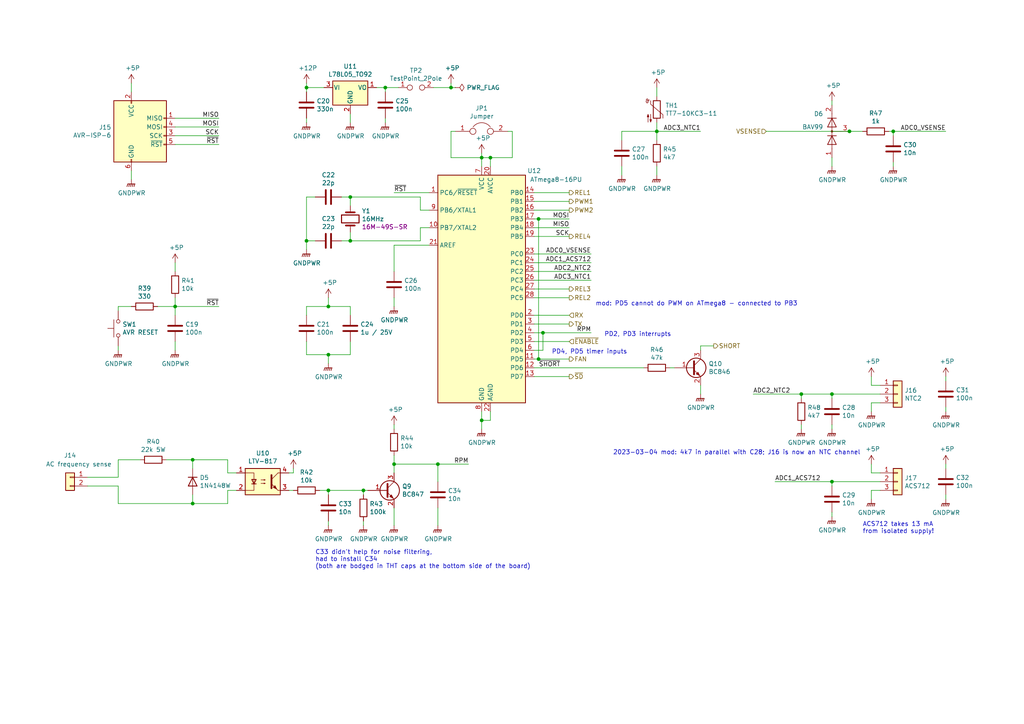
<source format=kicad_sch>
(kicad_sch (version 20230121) (generator eeschema)
  (paper "A4")
  (lib_symbols
    (symbol "Connector:AVR-ISP-6" (pin_names (offset 1.016))
      (property "Reference" "J" (at -6.35 11.43 0))
      (property "Value" "AVR-ISP-6" (at 0 11.43 0))
      (symbol "AVR-ISP-6_0_1"
        (rectangle (start -2.667 -6.858) (end -2.413 -7.62))
        (rectangle (start -2.667 10.16) (end -2.413 9.398))
        (rectangle (start 7.62 -2.413) (end 6.858 -2.667))
        (rectangle (start 7.62 0.127) (end 6.858 -0.127))
        (rectangle (start 7.62 2.667) (end 6.858 2.413))
        (rectangle (start 7.62 5.207) (end 6.858 4.953))
        (rectangle (start 7.62 10.16) (end -7.62 -7.62) (stroke (width 0.254)) (fill (type background)))
      )
      (symbol "AVR-ISP-6_1_1"
        (pin passive line (at 10.16 5.08 180) (length 2.54) (name "MISO") (number "1"))
        (pin passive line (at -2.54 12.7 270) (length 2.54) (name "VCC") (number "2"))
        (pin passive line (at 10.16 0 180) (length 2.54) (name "SCK") (number "3"))
        (pin passive line (at 10.16 2.54 180) (length 2.54) (name "MOSI") (number "4"))
        (pin passive line (at 10.16 -2.54 180) (length 2.54) (name "~{RST}") (number "5"))
        (pin passive line (at -2.54 -10.16 90) (length 2.54) (name "GND") (number "6"))
      )
    )
    (symbol "Connector:TestPoint_2Pole" (pin_names (offset 0.762) hide)
      (property "Reference" "TP" (at 0 1.524 0))
      (property "Value" "TestPoint_2Pole" (at 0 -1.778 0))
      (symbol "TestPoint_2Pole_0_1"
        (circle (center -1.778 0) (radius 0.762))
        (circle (center 1.778 0) (radius 0.762))
        (pin passive line (at -5.08 0 0) (length 2.54) (name "1") (number "1"))
        (pin passive line (at 5.08 0 180) (length 2.54) (name "2") (number "2"))
      )
    )
    (symbol "Connector_Generic:Conn_01x02" (pin_names (offset 1.016) hide)
      (property "Reference" "J" (at 0 2.54 0))
      (property "Value" "Conn_01x02" (at 0 -5.08 0))
      (symbol "Conn_01x02_1_1"
        (rectangle (start -1.27 -2.413) (end 0 -2.667) (stroke (width 0.1524)))
        (rectangle (start -1.27 0.127) (end 0 -0.127) (stroke (width 0.1524)))
        (rectangle (start -1.27 1.27) (end 1.27 -3.81) (stroke (width 0.254)) (fill (type background)))
        (pin passive line (at -5.08 0 0) (length 3.81) (name "Pin_1") (number "1"))
        (pin passive line (at -5.08 -2.54 0) (length 3.81) (name "Pin_2") (number "2"))
      )
    )
    (symbol "Connector_Generic:Conn_01x03" (pin_names (offset 1.016) hide)
      (property "Reference" "J" (at 0 5.08 0))
      (property "Value" "Conn_01x03" (at 0 -5.08 0))
      (symbol "Conn_01x03_1_1"
        (rectangle (start -1.27 -2.413) (end 0 -2.667) (stroke (width 0.1524)))
        (rectangle (start -1.27 0.127) (end 0 -0.127) (stroke (width 0.1524)))
        (rectangle (start -1.27 2.667) (end 0 2.413) (stroke (width 0.1524)))
        (rectangle (start -1.27 3.81) (end 1.27 -3.81) (stroke (width 0.254)) (fill (type background)))
        (pin passive line (at -5.08 2.54 0) (length 3.81) (name "Pin_1") (number "1"))
        (pin passive line (at -5.08 0 0) (length 3.81) (name "Pin_2") (number "2"))
        (pin passive line (at -5.08 -2.54 0) (length 3.81) (name "Pin_3") (number "3"))
      )
    )
    (symbol "Device:C" (pin_numbers hide) (pin_names (offset 0.254))
      (property "Reference" "C" (at 0.635 2.54 0))
      (property "Value" "C" (at 0.635 -2.54 0))
      (symbol "C_0_1"
        (polyline (pts (xy -2.032 -0.762) (xy 2.032 -0.762)) (stroke (width 0.508)))
        (polyline (pts (xy -2.032 0.762) (xy 2.032 0.762)) (stroke (width 0.508)))
      )
      (symbol "C_1_1"
        (pin passive line (at 0 3.81 270) (length 2.794) (name "~") (number "1"))
        (pin passive line (at 0 -3.81 90) (length 2.794) (name "~") (number "2"))
      )
    )
    (symbol "Device:Crystal" (pin_numbers hide) (pin_names (offset 1.016) hide)
      (property "Reference" "Y" (at 0 3.81 0))
      (property "Value" "Crystal" (at 0 -3.81 0))
      (symbol "Crystal_0_1"
        (rectangle (start -1.143 2.54) (end 1.143 -2.54) (stroke (width 0.3048)))
        (polyline (pts (xy -2.54 0) (xy -1.905 0)))
        (polyline (pts (xy -1.905 -1.27) (xy -1.905 1.27)) (stroke (width 0.508)))
        (polyline (pts (xy 1.905 -1.27) (xy 1.905 1.27)) (stroke (width 0.508)))
        (polyline (pts (xy 2.54 0) (xy 1.905 0)))
      )
      (symbol "Crystal_1_1"
        (pin passive line (at -3.81 0 0) (length 1.27) (name "1") (number "1"))
        (pin passive line (at 3.81 0 180) (length 1.27) (name "2") (number "2"))
      )
    )
    (symbol "Device:R" (pin_numbers hide) (pin_names (offset 0))
      (property "Reference" "R" (at 2.032 0 90))
      (property "Value" "R" (at 0 0 90))
      (symbol "R_0_1"
        (rectangle (start -1.016 -2.54) (end 1.016 2.54) (stroke (width 0.254)))
      )
      (symbol "R_1_1"
        (pin passive line (at 0 3.81 270) (length 1.27) (name "~") (number "1"))
        (pin passive line (at 0 -3.81 90) (length 1.27) (name "~") (number "2"))
      )
    )
    (symbol "Device:Thermistor_NTC" (pin_numbers hide) (pin_names (offset 0))
      (property "Reference" "TH" (at -4.445 0 90))
      (property "Value" "Thermistor_NTC" (at 3.175 0 90))
      (symbol "Thermistor_NTC_0_1"
        (arc (start -3.048 2.159) (mid -3.0495 2.3143) (end -3.175 2.413))
        (arc (start -3.048 2.159) (mid -2.9736 1.9794) (end -2.794 1.905))
        (arc (start -3.048 2.794) (mid -2.9736 2.6144) (end -2.794 2.54))
        (arc (start -2.794 1.905) (mid -2.6144 1.9794) (end -2.54 2.159))
        (arc (start -2.794 2.54) (mid -2.4393 2.5587) (end -2.159 2.794))
        (arc (start -2.794 3.048) (mid -2.9736 2.9736) (end -3.048 2.794))
        (arc (start -2.54 2.794) (mid -2.6144 2.9736) (end -2.794 3.048))
        (rectangle (start -1.016 2.54) (end 1.016 -2.54) (stroke (width 0.254)))
        (polyline (pts (xy -2.54 2.159) (xy -2.54 2.794)))
        (polyline (pts (xy -1.778 2.54) (xy -1.778 1.524) (xy 1.778 -1.524) (xy 1.778 -2.54)))
        (polyline (pts (xy -2.54 -3.683) (xy -2.54 -1.397) (xy -2.794 -2.159) (xy -2.286 -2.159) (xy -2.54 -1.397) (xy -2.54 -1.651)) (fill (type outline)))
        (polyline (pts (xy -1.778 -1.397) (xy -1.778 -3.683) (xy -2.032 -2.921) (xy -1.524 -2.921) (xy -1.778 -3.683) (xy -1.778 -3.429)) (fill (type outline)))
      )
      (symbol "Thermistor_NTC_1_1"
        (pin passive line (at 0 3.81 270) (length 1.27) (name "~") (number "1"))
        (pin passive line (at 0 -3.81 90) (length 1.27) (name "~") (number "2"))
      )
    )
    (symbol "Diode:1N4148W" (pin_numbers hide) (pin_names hide)
      (property "Reference" "D" (at 0 2.54 0))
      (property "Value" "1N4148W" (at 0 -2.54 0))
      (symbol "1N4148W_0_1"
        (polyline (pts (xy -1.27 1.27) (xy -1.27 -1.27)) (stroke (width 0.254)))
        (polyline (pts (xy 1.27 0) (xy -1.27 0)))
        (polyline (pts (xy 1.27 1.27) (xy 1.27 -1.27) (xy -1.27 0) (xy 1.27 1.27)) (stroke (width 0.254)))
      )
      (symbol "1N4148W_1_1"
        (pin passive line (at -3.81 0 0) (length 2.54) (name "K") (number "1"))
        (pin passive line (at 3.81 0 180) (length 2.54) (name "A") (number "2"))
      )
    )
    (symbol "Diode:BAV99" (pin_names hide)
      (property "Reference" "D" (at 0 5.08 0))
      (property "Value" "BAV99" (at 0 2.54 0))
      (symbol "BAV99_0_1"
        (polyline (pts (xy -5.08 0) (xy 5.08 0)))
      )
      (symbol "BAV99_1_1"
        (polyline (pts (xy 0 0) (xy 0 -2.54)))
        (polyline (pts (xy -1.27 -1.27) (xy -1.27 1.27) (xy -1.27 1.27)) (stroke (width 0.2032)))
        (polyline (pts (xy 3.81 1.27) (xy 3.81 -1.27) (xy 3.81 -1.27)) (stroke (width 0.2032)))
        (polyline (pts (xy -3.81 1.27) (xy -1.27 0) (xy -3.81 -1.27) (xy -3.81 1.27) (xy -3.81 1.27) (xy -3.81 1.27)) (stroke (width 0.2032)))
        (polyline (pts (xy 1.27 1.27) (xy 3.81 0) (xy 1.27 -1.27) (xy 1.27 1.27) (xy 1.27 1.27) (xy 1.27 1.27)) (stroke (width 0.2032)))
        (circle (center 0 0) (radius 0.254) (fill (type outline)))
        (pin passive line (at -7.62 0 0) (length 2.54) (name "K") (number "1"))
        (pin passive line (at 7.62 0 180) (length 2.54) (name "A") (number "2"))
        (pin passive line (at 0 -5.08 90) (length 2.54) (name "K") (number "3"))
      )
    )
    (symbol "Isolator:LTV-817" (pin_names (offset 1.016))
      (property "Reference" "U" (at -5.08 5.08 0))
      (property "Value" "LTV-817" (at 0 5.08 0))
      (symbol "LTV-817_0_1"
        (rectangle (start -5.08 3.81) (end 5.08 -3.81) (stroke (width 0.254)) (fill (type background)))
        (polyline (pts (xy -3.175 -0.635) (xy -1.905 -0.635)) (stroke (width 0.254)))
        (polyline (pts (xy 2.54 0.635) (xy 4.445 2.54)))
        (polyline (pts (xy 4.445 -2.54) (xy 2.54 -0.635)) (fill (type outline)))
        (polyline (pts (xy 4.445 -2.54) (xy 5.08 -2.54)))
        (polyline (pts (xy 4.445 2.54) (xy 5.08 2.54)))
        (polyline (pts (xy -5.08 2.54) (xy -2.54 2.54) (xy -2.54 -0.762)))
        (polyline (pts (xy -2.54 -0.635) (xy -2.54 -2.54) (xy -5.08 -2.54)))
        (polyline (pts (xy 2.54 1.905) (xy 2.54 -1.905) (xy 2.54 -1.905)) (stroke (width 0.508)))
        (polyline (pts (xy -2.54 -0.635) (xy -3.175 0.635) (xy -1.905 0.635) (xy -2.54 -0.635)) (stroke (width 0.254)))
        (polyline (pts (xy -0.508 -0.508) (xy 0.762 -0.508) (xy 0.381 -0.635) (xy 0.381 -0.381) (xy 0.762 -0.508)))
        (polyline (pts (xy -0.508 0.508) (xy 0.762 0.508) (xy 0.381 0.381) (xy 0.381 0.635) (xy 0.762 0.508)))
        (polyline (pts (xy 3.048 -1.651) (xy 3.556 -1.143) (xy 4.064 -2.159) (xy 3.048 -1.651) (xy 3.048 -1.651)) (fill (type outline)))
      )
      (symbol "LTV-817_1_1"
        (pin passive line (at -7.62 2.54 0) (length 2.54) (name "~") (number "1"))
        (pin passive line (at -7.62 -2.54 0) (length 2.54) (name "~") (number "2"))
        (pin passive line (at 7.62 -2.54 180) (length 2.54) (name "~") (number "3"))
        (pin passive line (at 7.62 2.54 180) (length 2.54) (name "~") (number "4"))
      )
    )
    (symbol "Regulator_Linear:L78L05_TO92" (pin_names (offset 0.254))
      (property "Reference" "U" (at -3.81 3.175 0))
      (property "Value" "L78L05_TO92" (at 0 3.175 0))
      (symbol "L78L05_TO92_0_1"
        (rectangle (start -5.08 -5.08) (end 5.08 1.905) (stroke (width 0.254)) (fill (type background)))
      )
      (symbol "L78L05_TO92_1_1"
        (pin power_out line (at 7.62 0 180) (length 2.54) (name "VO") (number "1"))
        (pin power_in line (at 0 -7.62 90) (length 2.54) (name "GND") (number "2"))
        (pin power_in line (at -7.62 0 0) (length 2.54) (name "VI") (number "3"))
      )
    )
    (symbol "Switch:SW_Push" (pin_numbers hide) (pin_names (offset 1.016) hide)
      (property "Reference" "SW" (at 1.27 2.54 0))
      (property "Value" "SW_Push" (at 0 -1.524 0))
      (symbol "SW_Push_0_1"
        (circle (center -2.032 0) (radius 0.508))
        (polyline (pts (xy 0 1.27) (xy 0 3.048)))
        (polyline (pts (xy 2.54 1.27) (xy -2.54 1.27)))
        (circle (center 2.032 0) (radius 0.508))
        (pin passive line (at -5.08 0 0) (length 2.54) (name "1") (number "1"))
        (pin passive line (at 5.08 0 180) (length 2.54) (name "2") (number "2"))
      )
    )
    (symbol "Transistor_BJT:BC846" (pin_names (offset 0) hide)
      (property "Reference" "Q" (at 5.08 1.905 0))
      (property "Value" "BC846" (at 5.08 0 0))
      (symbol "BC846_0_1"
        (polyline (pts (xy 0.635 0.635) (xy 2.54 2.54)))
        (polyline (pts (xy 0.635 -0.635) (xy 2.54 -2.54) (xy 2.54 -2.54)))
        (polyline (pts (xy 0.635 1.905) (xy 0.635 -1.905) (xy 0.635 -1.905)) (stroke (width 0.508)))
        (polyline (pts (xy 1.27 -1.778) (xy 1.778 -1.27) (xy 2.286 -2.286) (xy 1.27 -1.778) (xy 1.27 -1.778)) (fill (type outline)))
        (circle (center 1.27 0) (radius 2.8194) (stroke (width 0.254)))
      )
      (symbol "BC846_1_1"
        (pin input line (at -5.08 0 0) (length 5.715) (name "B") (number "1"))
        (pin passive line (at 2.54 -5.08 90) (length 2.54) (name "E") (number "2"))
        (pin passive line (at 2.54 5.08 270) (length 2.54) (name "C") (number "3"))
      )
    )
    (symbol "Transistor_BJT:BC847" (pin_names (offset 0) hide)
      (property "Reference" "Q" (at 5.08 1.905 0))
      (property "Value" "BC847" (at 5.08 0 0))
      (symbol "BC847_0_1"
        (polyline (pts (xy 0.635 0.635) (xy 2.54 2.54)))
        (polyline (pts (xy 0.635 -0.635) (xy 2.54 -2.54) (xy 2.54 -2.54)))
        (polyline (pts (xy 0.635 1.905) (xy 0.635 -1.905) (xy 0.635 -1.905)) (stroke (width 0.508)))
        (polyline (pts (xy 1.27 -1.778) (xy 1.778 -1.27) (xy 2.286 -2.286) (xy 1.27 -1.778) (xy 1.27 -1.778)) (fill (type outline)))
        (circle (center 1.27 0) (radius 2.8194) (stroke (width 0.254)))
      )
      (symbol "BC847_1_1"
        (pin input line (at -5.08 0 0) (length 5.715) (name "B") (number "1"))
        (pin passive line (at 2.54 -5.08 90) (length 2.54) (name "E") (number "2"))
        (pin passive line (at 2.54 5.08 270) (length 2.54) (name "C") (number "3"))
      )
    )
    (symbol "power:+12P" (power) (pin_names (offset 0))
      (property "Value" "+12P" (at 0 3.556 0))
      (symbol "+12P_0_1"
        (polyline (pts (xy -0.762 1.27) (xy 0 2.54)))
        (polyline (pts (xy 0 0) (xy 0 2.54)))
        (polyline (pts (xy 0 2.54) (xy 0.762 1.27)))
      )
      (symbol "+12P_1_1"
        (pin power_in line (at 0 0 90) (length 0) hide (name "+12P") (number "1"))
      )
    )
    (symbol "power:+5P" (power) (pin_names (offset 0))
      (property "Value" "+5P" (at 0 3.556 0))
      (symbol "+5P_0_1"
        (polyline (pts (xy -0.762 1.27) (xy 0 2.54)))
        (polyline (pts (xy 0 0) (xy 0 2.54)))
        (polyline (pts (xy 0 2.54) (xy 0.762 1.27)))
      )
      (symbol "+5P_1_1"
        (pin power_in line (at 0 0 90) (length 0) hide (name "+5P") (number "1"))
      )
    )
    (symbol "power:GNDPWR" (power) (pin_names (offset 0))
      (property "Value" "GNDPWR" (at 0 -3.302 0))
      (symbol "GNDPWR_0_1"
        (polyline (pts (xy 0 -1.27) (xy 0 0)))
        (polyline (pts (xy -1.016 -1.27) (xy -1.27 -2.032) (xy -1.27 -2.032)) (stroke (width 0.2032)))
        (polyline (pts (xy -0.508 -1.27) (xy -0.762 -2.032) (xy -0.762 -2.032)) (stroke (width 0.2032)))
        (polyline (pts (xy 0 -1.27) (xy -0.254 -2.032) (xy -0.254 -2.032)) (stroke (width 0.2032)))
        (polyline (pts (xy 0.508 -1.27) (xy 0.254 -2.032) (xy 0.254 -2.032)) (stroke (width 0.2032)))
        (polyline (pts (xy 1.016 -1.27) (xy -1.016 -1.27) (xy -1.016 -1.27)) (stroke (width 0.2032)))
        (polyline (pts (xy 1.016 -1.27) (xy 0.762 -2.032) (xy 0.762 -2.032) (xy 0.762 -2.032)) (stroke (width 0.2032)))
      )
      (symbol "GNDPWR_1_1"
        (pin power_in line (at 0 0 270) (length 0) hide (name "GNDPWR") (number "1"))
      )
    )
    (symbol "power:PWR_FLAG" (power) (pin_numbers hide) (pin_names (offset 0) hide)
      (property "Value" "PWR_FLAG" (at 0 3.81 0))
      (symbol "PWR_FLAG_0_0"
        (pin power_out line (at 0 0 90) (length 0) (name "pwr") (number "1"))
      )
      (symbol "PWR_FLAG_0_1"
        (polyline (pts (xy 0 0) (xy 0 1.27) (xy -1.016 1.905) (xy 0 2.54) (xy 1.016 1.905) (xy 0 1.27)))
      )
    )
    (symbol "vetrnik-power-rescue:ATmega8-16PU-MCU_Microchip_ATmega"
      (property "Reference" "U" (at -12.7 34.29 0))
      (property "Value" "MCU_Microchip_ATmega_ATmega8-16PU" (at 5.08 -34.29 0))
      (symbol "ATmega8-16PU-MCU_Microchip_ATmega_0_1"
        (rectangle (start -12.7 -33.02) (end 12.7 33.02) (stroke (width 0.254)) (fill (type background)))
      )
      (symbol "ATmega8-16PU-MCU_Microchip_ATmega_1_1"
        (pin bidirectional line (at -15.24 27.94 0) (length 2.54) (name "PC6/~{RESET}") (number "1"))
        (pin bidirectional line (at -15.24 17.78 0) (length 2.54) (name "PB7/XTAL2") (number "10"))
        (pin bidirectional line (at 15.24 -20.32 180) (length 2.54) (name "PD5") (number "11"))
        (pin bidirectional line (at 15.24 -22.86 180) (length 2.54) (name "PD6") (number "12"))
        (pin bidirectional line (at 15.24 -25.4 180) (length 2.54) (name "PD7") (number "13"))
        (pin bidirectional line (at 15.24 27.94 180) (length 2.54) (name "PB0") (number "14"))
        (pin bidirectional line (at 15.24 25.4 180) (length 2.54) (name "PB1") (number "15"))
        (pin bidirectional line (at 15.24 22.86 180) (length 2.54) (name "PB2") (number "16"))
        (pin bidirectional line (at 15.24 20.32 180) (length 2.54) (name "PB3") (number "17"))
        (pin bidirectional line (at 15.24 17.78 180) (length 2.54) (name "PB4") (number "18"))
        (pin bidirectional line (at 15.24 15.24 180) (length 2.54) (name "PB5") (number "19"))
        (pin bidirectional line (at 15.24 -7.62 180) (length 2.54) (name "PD0") (number "2"))
        (pin power_in line (at 2.54 35.56 270) (length 2.54) (name "AVCC") (number "20"))
        (pin passive line (at -15.24 12.7 0) (length 2.54) (name "AREF") (number "21"))
        (pin power_in line (at 2.54 -35.56 90) (length 2.54) (name "AGND") (number "22"))
        (pin bidirectional line (at 15.24 10.16 180) (length 2.54) (name "PC0") (number "23"))
        (pin bidirectional line (at 15.24 7.62 180) (length 2.54) (name "PC1") (number "24"))
        (pin bidirectional line (at 15.24 5.08 180) (length 2.54) (name "PC2") (number "25"))
        (pin bidirectional line (at 15.24 2.54 180) (length 2.54) (name "PC3") (number "26"))
        (pin bidirectional line (at 15.24 0 180) (length 2.54) (name "PC4") (number "27"))
        (pin bidirectional line (at 15.24 -2.54 180) (length 2.54) (name "PC5") (number "28"))
        (pin bidirectional line (at 15.24 -10.16 180) (length 2.54) (name "PD1") (number "3"))
        (pin bidirectional line (at 15.24 -12.7 180) (length 2.54) (name "PD2") (number "4"))
        (pin bidirectional line (at 15.24 -15.24 180) (length 2.54) (name "PD3") (number "5"))
        (pin bidirectional line (at 15.24 -17.78 180) (length 2.54) (name "PD4") (number "6"))
        (pin power_in line (at 0 35.56 270) (length 2.54) (name "VCC") (number "7"))
        (pin power_in line (at 0 -35.56 90) (length 2.54) (name "GND") (number "8"))
        (pin bidirectional line (at -15.24 22.86 0) (length 2.54) (name "PB6/XTAL1") (number "9"))
      )
    )
    (symbol "vetrnik-power-rescue:Jumper-Device" (pin_names (offset 0.762) hide)
      (property "Reference" "JP" (at 0 3.81 0))
      (property "Value" "Device_Jumper" (at 0 -2.032 0))
      (symbol "Jumper-Device_0_1"
        (circle (center -2.54 0) (radius 0.889))
        (arc (start 2.5146 1.27) (mid 0.0078 2.5097) (end -2.4892 1.27))
        (circle (center 2.54 0) (radius 0.889))
        (pin passive line (at -7.62 0 0) (length 4.191) (name "1") (number "1"))
        (pin passive line (at 7.62 0 180) (length 4.191) (name "2") (number "2"))
      )
    )
  )
  (junction (at 142.24 45.72))
  (junction (at 232.41 114.3))
  (junction (at 246.38 38.1))
  (junction (at 55.88 146.05))
  (junction (at 50.8 88.9))
  (junction (at 111.76 25.4))
  (junction (at 156.21 104.14))
  (junction (at 101.6 69.85))
  (junction (at 156.21 63.5))
  (junction (at 114.3 134.62))
  (junction (at 241.3 114.3))
  (junction (at 139.7 121.92))
  (junction (at 95.25 142.24))
  (junction (at 127 134.62))
  (junction (at 88.9 25.4))
  (junction (at 95.25 102.87))
  (junction (at 259.08 38.1))
  (junction (at 157.48 96.52))
  (junction (at 55.88 133.35))
  (junction (at 101.6 57.15))
  (junction (at 139.7 45.72))
  (junction (at 241.3 139.7))
  (junction (at 105.41 142.24))
  (junction (at 88.9 69.85))
  (junction (at 130.81 25.4))
  (junction (at 95.25 88.9))
  (junction (at 190.5 38.1))
  (wire (pts (xy 114.3 71.12) (xy 124.46 71.12)))
  (wire (pts (xy 132.08 38.1) (xy 130.81 38.1)))
  (wire (pts (xy 105.41 152.4) (xy 105.41 151.13)))
  (wire (pts (xy 232.41 114.3) (xy 232.41 115.57)))
  (wire (pts (xy 125.73 25.4) (xy 130.81 25.4)))
  (wire (pts (xy 232.41 114.3) (xy 241.3 114.3)))
  (wire (pts (xy 154.94 66.04) (xy 165.1 66.04)))
  (wire (pts (xy 165.1 99.06) (xy 154.94 99.06)))
  (wire (pts (xy 48.26 133.35) (xy 55.88 133.35)))
  (wire (pts (xy 34.29 133.35) (xy 40.64 133.35)))
  (wire (pts (xy 252.73 111.76) (xy 255.27 111.76)))
  (wire (pts (xy 55.88 135.89) (xy 55.88 133.35)))
  (wire (pts (xy 66.04 146.05) (xy 66.04 142.24)))
  (wire (pts (xy 148.59 38.1) (xy 148.59 45.72)))
  (wire (pts (xy 222.25 38.1) (xy 246.38 38.1)))
  (wire (pts (xy 45.72 88.9) (xy 50.8 88.9)))
  (wire (pts (xy 66.04 133.35) (xy 66.04 137.16)))
  (wire (pts (xy 154.94 101.6) (xy 157.48 101.6)))
  (wire (pts (xy 101.6 99.06) (xy 101.6 102.87)))
  (wire (pts (xy 180.34 38.1) (xy 190.5 38.1)))
  (wire (pts (xy 55.88 146.05) (xy 66.04 146.05)))
  (wire (pts (xy 85.09 135.89) (xy 85.09 137.16)))
  (wire (pts (xy 154.94 104.14) (xy 156.21 104.14)))
  (wire (pts (xy 130.81 45.72) (xy 139.7 45.72)))
  (wire (pts (xy 165.1 55.88) (xy 154.94 55.88)))
  (wire (pts (xy 25.4 140.97) (xy 34.29 140.97)))
  (wire (pts (xy 156.21 63.5) (xy 165.1 63.5)))
  (wire (pts (xy 252.73 137.16) (xy 255.27 137.16)))
  (wire (pts (xy 132.08 25.4) (xy 130.81 25.4)))
  (wire (pts (xy 142.24 45.72) (xy 139.7 45.72)))
  (wire (pts (xy 115.57 25.4) (xy 111.76 25.4)))
  (wire (pts (xy 142.24 48.26) (xy 142.24 45.72)))
  (wire (pts (xy 156.21 63.5) (xy 156.21 104.14)))
  (wire (pts (xy 63.5 36.83) (xy 50.8 36.83)))
  (wire (pts (xy 165.1 60.96) (xy 154.94 60.96)))
  (wire (pts (xy 224.79 139.7) (xy 241.3 139.7)))
  (wire (pts (xy 241.3 114.3) (xy 255.27 114.3)))
  (wire (pts (xy 114.3 132.08) (xy 114.3 134.62)))
  (wire (pts (xy 55.88 133.35) (xy 66.04 133.35)))
  (wire (pts (xy 274.32 109.22) (xy 274.32 110.49)))
  (wire (pts (xy 63.5 41.91) (xy 50.8 41.91)))
  (wire (pts (xy 127 134.62) (xy 114.3 134.62)))
  (wire (pts (xy 121.92 66.04) (xy 121.92 69.85)))
  (wire (pts (xy 157.48 101.6) (xy 157.48 96.52)))
  (wire (pts (xy 154.94 83.82) (xy 165.1 83.82)))
  (wire (pts (xy 63.5 88.9) (xy 50.8 88.9)))
  (wire (pts (xy 139.7 124.46) (xy 139.7 121.92)))
  (wire (pts (xy 88.9 69.85) (xy 91.44 69.85)))
  (wire (pts (xy 114.3 78.74) (xy 114.3 71.12)))
  (wire (pts (xy 241.3 139.7) (xy 255.27 139.7)))
  (wire (pts (xy 241.3 29.21) (xy 241.3 30.48)))
  (wire (pts (xy 154.94 106.68) (xy 186.69 106.68)))
  (wire (pts (xy 241.3 115.57) (xy 241.3 114.3)))
  (wire (pts (xy 88.9 57.15) (xy 91.44 57.15)))
  (wire (pts (xy 121.92 69.85) (xy 101.6 69.85)))
  (wire (pts (xy 274.32 134.62) (xy 274.32 135.89)))
  (wire (pts (xy 130.81 25.4) (xy 130.81 24.13)))
  (wire (pts (xy 121.92 57.15) (xy 101.6 57.15)))
  (wire (pts (xy 171.45 73.66) (xy 154.94 73.66)))
  (wire (pts (xy 92.71 142.24) (xy 95.25 142.24)))
  (wire (pts (xy 111.76 26.67) (xy 111.76 25.4)))
  (wire (pts (xy 66.04 142.24) (xy 68.58 142.24)))
  (wire (pts (xy 88.9 25.4) (xy 88.9 26.67)))
  (wire (pts (xy 241.3 124.46) (xy 241.3 123.19)))
  (wire (pts (xy 114.3 134.62) (xy 114.3 137.16)))
  (wire (pts (xy 171.45 76.2) (xy 154.94 76.2)))
  (wire (pts (xy 95.25 105.41) (xy 95.25 102.87)))
  (wire (pts (xy 203.2 114.3) (xy 203.2 111.76)))
  (wire (pts (xy 259.08 38.1) (xy 257.81 38.1)))
  (wire (pts (xy 165.1 86.36) (xy 154.94 86.36)))
  (wire (pts (xy 154.94 91.44) (xy 165.1 91.44)))
  (wire (pts (xy 165.1 68.58) (xy 154.94 68.58)))
  (wire (pts (xy 259.08 39.37) (xy 259.08 38.1)))
  (wire (pts (xy 252.73 119.38) (xy 252.73 116.84)))
  (wire (pts (xy 142.24 121.92) (xy 139.7 121.92)))
  (wire (pts (xy 190.5 25.4) (xy 190.5 27.94)))
  (wire (pts (xy 252.73 134.62) (xy 252.73 137.16)))
  (wire (pts (xy 232.41 123.19) (xy 232.41 124.46)))
  (wire (pts (xy 114.3 147.32) (xy 114.3 152.4)))
  (wire (pts (xy 135.89 134.62) (xy 127 134.62)))
  (wire (pts (xy 241.3 140.97) (xy 241.3 139.7)))
  (wire (pts (xy 34.29 146.05) (xy 55.88 146.05)))
  (wire (pts (xy 274.32 144.78) (xy 274.32 143.51)))
  (wire (pts (xy 114.3 55.88) (xy 124.46 55.88)))
  (wire (pts (xy 95.25 102.87) (xy 88.9 102.87)))
  (wire (pts (xy 154.94 58.42) (xy 165.1 58.42)))
  (wire (pts (xy 25.4 138.43) (xy 34.29 138.43)))
  (wire (pts (xy 50.8 101.6) (xy 50.8 99.06)))
  (wire (pts (xy 252.73 142.24) (xy 255.27 142.24)))
  (wire (pts (xy 85.09 142.24) (xy 83.82 142.24)))
  (wire (pts (xy 105.41 142.24) (xy 106.68 142.24)))
  (wire (pts (xy 50.8 39.37) (xy 63.5 39.37)))
  (wire (pts (xy 101.6 69.85) (xy 101.6 67.31)))
  (wire (pts (xy 171.45 96.52) (xy 157.48 96.52)))
  (wire (pts (xy 99.06 57.15) (xy 101.6 57.15)))
  (wire (pts (xy 101.6 35.56) (xy 101.6 33.02)))
  (wire (pts (xy 121.92 60.96) (xy 121.92 57.15)))
  (wire (pts (xy 101.6 88.9) (xy 101.6 91.44)))
  (wire (pts (xy 95.25 88.9) (xy 101.6 88.9)))
  (wire (pts (xy 88.9 102.87) (xy 88.9 99.06)))
  (wire (pts (xy 34.29 138.43) (xy 34.29 133.35)))
  (wire (pts (xy 88.9 24.13) (xy 88.9 25.4)))
  (wire (pts (xy 111.76 34.29) (xy 111.76 35.56)))
  (wire (pts (xy 171.45 78.74) (xy 154.94 78.74)))
  (wire (pts (xy 156.21 63.5) (xy 154.94 63.5)))
  (wire (pts (xy 34.29 101.6) (xy 34.29 100.33)))
  (wire (pts (xy 250.19 38.1) (xy 246.38 38.1)))
  (wire (pts (xy 142.24 119.38) (xy 142.24 121.92)))
  (wire (pts (xy 34.29 88.9) (xy 38.1 88.9)))
  (wire (pts (xy 88.9 25.4) (xy 93.98 25.4)))
  (wire (pts (xy 99.06 69.85) (xy 101.6 69.85)))
  (wire (pts (xy 88.9 88.9) (xy 95.25 88.9)))
  (wire (pts (xy 34.29 140.97) (xy 34.29 146.05)))
  (wire (pts (xy 259.08 48.26) (xy 259.08 46.99)))
  (wire (pts (xy 38.1 52.07) (xy 38.1 49.53)))
  (wire (pts (xy 88.9 72.39) (xy 88.9 69.85)))
  (wire (pts (xy 114.3 88.9) (xy 114.3 86.36)))
  (wire (pts (xy 88.9 69.85) (xy 88.9 57.15)))
  (wire (pts (xy 95.25 143.51) (xy 95.25 142.24)))
  (wire (pts (xy 127 139.7) (xy 127 134.62)))
  (wire (pts (xy 252.73 144.78) (xy 252.73 142.24)))
  (wire (pts (xy 165.1 109.22) (xy 154.94 109.22)))
  (wire (pts (xy 180.34 40.64) (xy 180.34 38.1)))
  (wire (pts (xy 55.88 143.51) (xy 55.88 146.05)))
  (wire (pts (xy 88.9 91.44) (xy 88.9 88.9)))
  (wire (pts (xy 156.21 104.14) (xy 165.1 104.14)))
  (wire (pts (xy 124.46 66.04) (xy 121.92 66.04)))
  (wire (pts (xy 127 152.4) (xy 127 147.32)))
  (wire (pts (xy 114.3 123.19) (xy 114.3 124.46)))
  (wire (pts (xy 252.73 109.22) (xy 252.73 111.76)))
  (wire (pts (xy 203.2 101.6) (xy 203.2 100.33)))
  (wire (pts (xy 95.25 142.24) (xy 105.41 142.24)))
  (wire (pts (xy 50.8 88.9) (xy 50.8 86.36)))
  (wire (pts (xy 139.7 121.92) (xy 139.7 119.38)))
  (wire (pts (xy 190.5 38.1) (xy 190.5 40.64)))
  (wire (pts (xy 147.32 38.1) (xy 148.59 38.1)))
  (wire (pts (xy 38.1 24.13) (xy 38.1 26.67)))
  (wire (pts (xy 203.2 100.33) (xy 207.01 100.33)))
  (wire (pts (xy 50.8 34.29) (xy 63.5 34.29)))
  (wire (pts (xy 34.29 90.17) (xy 34.29 88.9)))
  (wire (pts (xy 105.41 143.51) (xy 105.41 142.24)))
  (wire (pts (xy 218.44 114.3) (xy 232.41 114.3)))
  (wire (pts (xy 124.46 60.96) (xy 121.92 60.96)))
  (wire (pts (xy 95.25 88.9) (xy 95.25 86.36)))
  (wire (pts (xy 95.25 152.4) (xy 95.25 151.13)))
  (wire (pts (xy 50.8 91.44) (xy 50.8 88.9)))
  (wire (pts (xy 190.5 35.56) (xy 190.5 38.1)))
  (wire (pts (xy 274.32 119.38) (xy 274.32 118.11)))
  (wire (pts (xy 252.73 116.84) (xy 255.27 116.84)))
  (wire (pts (xy 157.48 96.52) (xy 154.94 96.52)))
  (wire (pts (xy 85.09 137.16) (xy 83.82 137.16)))
  (wire (pts (xy 50.8 76.2) (xy 50.8 78.74)))
  (wire (pts (xy 88.9 35.56) (xy 88.9 34.29)))
  (wire (pts (xy 171.45 81.28) (xy 154.94 81.28)))
  (wire (pts (xy 101.6 102.87) (xy 95.25 102.87)))
  (wire (pts (xy 148.59 45.72) (xy 142.24 45.72)))
  (wire (pts (xy 130.81 38.1) (xy 130.81 45.72)))
  (wire (pts (xy 139.7 45.72) (xy 139.7 44.45)))
  (wire (pts (xy 274.32 38.1) (xy 259.08 38.1)))
  (wire (pts (xy 190.5 48.26) (xy 190.5 50.8)))
  (wire (pts (xy 180.34 50.8) (xy 180.34 48.26)))
  (wire (pts (xy 101.6 57.15) (xy 101.6 59.69)))
  (wire (pts (xy 165.1 93.98) (xy 154.94 93.98)))
  (wire (pts (xy 241.3 48.26) (xy 241.3 45.72)))
  (wire (pts (xy 195.58 106.68) (xy 194.31 106.68)))
  (wire (pts (xy 203.2 38.1) (xy 190.5 38.1)))
  (wire (pts (xy 109.22 25.4) (xy 111.76 25.4)))
  (wire (pts (xy 139.7 48.26) (xy 139.7 45.72)))
  (wire (pts (xy 66.04 137.16) (xy 68.58 137.16)))
  (wire (pts (xy 241.3 149.86) (xy 241.3 148.59)))
  (text "mod: PD5 cannot do PWM on ATmega8 - connected to PB3" (at 172.72 88.9 0) (effects (font (size 1.27 1.27)) (justify left bottom)))
  (text "C33 didn't help for noise filtering,\nhad to install C34\n(both are bodged in THT caps at the bottom side of the board)" (at 91.44 165.1 0) (effects (font (size 1.27 1.27)) (justify left bottom)))
  (text "PD2, PD3 interrupts" (at 175.26 97.79 0) (effects (font (size 1.27 1.27)) (justify left bottom)))
  (text "PD4, PD5 timer inputs" (at 160.02 102.87 0) (effects (font (size 1.27 1.27)) (justify left bottom)))
  (text "2023-03-04 mod: 4k7 in parallel with C28; J16 is now an NTC channel" (at 177.8 132.08 0) (effects (font (size 1.27 1.27)) (justify left bottom)))
  (text "ACS712 takes 13 mA\nfrom isolated supply!" (at 250.19 154.94 0) (effects (font (size 1.27 1.27)) (justify left bottom)))
  (label "MISO" (at 165.1 66.04 180))
  (label "MOSI" (at 165.1 63.5 180))
  (label "ADC3_NTC1" (at 203.2 38.1 180))
  (label "MOSI" (at 63.5 36.83 180))
  (label "SCK" (at 165.1 68.58 180))
  (label "SCK" (at 63.5 39.37 180))
  (label "ADC1_ACS712" (at 224.79 139.7 0))
  (label "~{SHORT}" (at 162.56 106.68 180))
  (label "~{RST}" (at 114.3 55.88 0))
  (label "RPM" (at 135.89 134.62 180))
  (label "~{RST}" (at 63.5 88.9 180))
  (label "ADC2_NTC2" (at 171.45 78.74 180))
  (label "ADC0_VSENSE" (at 171.45 73.66 180))
  (label "MISO" (at 63.5 34.29 180))
  (label "ADC0_VSENSE" (at 274.32 38.1 180))
  (label "ADC2_NTC2" (at 218.44 114.3 0))
  (label "~{RST}" (at 63.5 41.91 180))
  (label "ADC1_ACS712" (at 171.45 76.2 180))
  (label "ADC3_NTC1" (at 171.45 81.28 180))
  (label "RPM" (at 171.45 96.52 180))
  (hierarchical_label "REL2" (shape output) (at 165.1 86.36 0))
  (hierarchical_label "SHORT" (shape output) (at 207.01 100.33 0))
  (hierarchical_label "PWM2" (shape output) (at 165.1 60.96 0))
  (hierarchical_label "REL1" (shape output) (at 165.1 55.88 0))
  (hierarchical_label "PWM1" (shape output) (at 165.1 58.42 0))
  (hierarchical_label "REL4" (shape output) (at 165.1 68.58 0))
  (hierarchical_label "RX" (shape input) (at 165.1 91.44 0))
  (hierarchical_label "~{ENABLE}" (shape input) (at 165.1 99.06 0))
  (hierarchical_label "REL3" (shape output) (at 165.1 83.82 0))
  (hierarchical_label "VSENSE" (shape input) (at 222.25 38.1 180))
  (hierarchical_label "FAN" (shape output) (at 165.1 104.14 0))
  (hierarchical_label "~{SD}" (shape output) (at 165.1 109.22 0))
  (hierarchical_label "TX" (shape output) (at 165.1 93.98 0))
  (symbol (lib_id "Device:R") (at 88.9 142.24 270) (unit 1)
    (property "Reference" "R42" (at 88.9 136.9822 90))
    (property "Value" "10k" (at 88.9 139.2936 90))
    (property "Footprint" "Resistor_SMD:R_1206_3216Metric_Pad1.30x1.75mm_HandSolder" (effects hide))
  )
  (symbol (lib_id "power:+5P") (at 85.09 135.89 0) (unit 1)
    (property "Reference" "#PWR078" (effects hide))
    (property "Value" "+5P" (at 85.471 131.4958 0))
  )
  (symbol (lib_id "Device:R") (at 105.41 147.32 0) (unit 1)
    (property "Reference" "R43" (at 107.188 146.1516 0) (effects (justify left)))
    (property "Value" "100k" (at 107.188 148.463 0) (effects (justify left)))
    (property "Footprint" "Resistor_SMD:R_1206_3216Metric_Pad1.30x1.75mm_HandSolder" (effects hide))
  )
  (symbol (lib_id "power:GNDPWR") (at 105.41 152.4 0) (unit 1)
    (property "Reference" "#PWR085" (effects hide))
    (property "Value" "GNDPWR" (at 105.5116 156.3116 0))
  )
  (symbol (lib_id "Isolator:LTV-817") (at 76.2 139.7 0) (unit 1)
    (property "Reference" "U10" (at 76.2 131.445 0))
    (property "Value" "LTV-817" (at 76.2 133.7564 0))
    (property "Footprint" "Package_DIP:DIP-4_W7.62mm" (effects hide))
    (property "Datasheet" "http://www.us.liteon.com/downloads/LTV-817-827-847.PDF" (effects hide))
  )
  (symbol (lib_id "vetrnik-power-rescue:ATmega8-16PU-MCU_Microchip_ATmega") (at 139.7 83.82 0) (unit 1)
    (property "Reference" "U12" (at 154.94 49.53 0))
    (property "Value" "ATmega8-16PU" (at 161.29 52.07 0))
    (property "Footprint" "Package_DIP:DIP-28_W7.62mm_Socket" (effects hide))
    (property "Datasheet" "http://ww1.microchip.com/downloads/en/DeviceDoc/atmel-2486-8-bit-avr-microcontroller-atmega8_l_datasheet.pdf" (effects hide))
  )
  (symbol (lib_id "power:GNDPWR") (at 139.7 124.46 0) (unit 1)
    (property "Reference" "#PWR092" (effects hide))
    (property "Value" "GNDPWR" (at 139.8016 128.3716 0))
  )
  (symbol (lib_id "power:+5P") (at 139.7 44.45 0) (unit 1)
    (property "Reference" "#PWR091" (effects hide))
    (property "Value" "+5P" (at 140.081 40.0558 0))
  )
  (symbol (lib_id "Device:C") (at 101.6 95.25 0) (unit 1)
    (property "Reference" "C24" (at 104.521 94.0816 0) (effects (justify left)))
    (property "Value" "1u / 25V" (at 104.521 96.393 0) (effects (justify left)))
    (property "Footprint" "Capacitor_SMD:C_1206_3216Metric_Pad1.33x1.80mm_HandSolder" (effects hide))
  )
  (symbol (lib_id "Device:C") (at 88.9 95.25 0) (unit 1)
    (property "Reference" "C21" (at 91.821 94.0816 0) (effects (justify left)))
    (property "Value" "100n" (at 91.821 96.393 0) (effects (justify left)))
    (property "Footprint" "Capacitor_SMD:C_1206_3216Metric_Pad1.33x1.80mm_HandSolder" (effects hide))
  )
  (symbol (lib_id "power:GNDPWR") (at 95.25 105.41 0) (unit 1)
    (property "Reference" "#PWR083" (effects hide))
    (property "Value" "GNDPWR" (at 95.3516 109.3216 0))
  )
  (symbol (lib_id "power:+5P") (at 95.25 86.36 0) (unit 1)
    (property "Reference" "#PWR082" (effects hide))
    (property "Value" "+5P" (at 95.631 81.9658 0))
  )
  (symbol (lib_id "Device:Crystal") (at 101.6 63.5 270) (unit 1)
    (property "Reference" "Y1" (at 104.9274 61.1886 90) (effects (justify left)))
    (property "Value" "16MHz" (at 104.9274 63.5 90) (effects (justify left)))
    (property "Footprint" "Crystal:Crystal_HC49-U_Vertical" (effects hide))
    (property "Datasheet" "https://www.tme.eu/Document/b7481bb67ab73fd5481ce42749f8e0fb/HC-49S.pdf" (effects hide))
    (property "TME" "https://www.tme.eu/cz/details/16m-49s-sr/krystalove-rezonatory-tht/sr-passives/" (effects hide))
    (property "TME Symbol" "16M-49S-SR" (at 104.9274 65.8114 90) (effects (justify left)))
  )
  (symbol (lib_id "Device:C") (at 95.25 57.15 270) (unit 1)
    (property "Reference" "C22" (at 95.25 50.7492 90))
    (property "Value" "22p" (at 95.25 53.0606 90))
    (property "Footprint" "Capacitor_SMD:C_1206_3216Metric_Pad1.33x1.80mm_HandSolder" (effects hide))
    (property "Datasheet" "https://www.tme.eu/Document/6a5ad7ac81542ad65ce1ca82bcd21ffa/vjw1bcbascomseries.pdf" (effects hide))
    (property "TME Symbol" "VJ1206A220JXACW1BC" (effects hide))
    (property "Material" "C0G" (effects hide))
    (property "TME" "https://www.tme.eu/cz/details/vj1206a220jxacw1bc/kondenzatory-mlcc-smd-1206/vishay/" (effects hide))
  )
  (symbol (lib_id "Device:C") (at 95.25 69.85 270) (unit 1)
    (property "Reference" "C23" (at 95.25 63.4492 90))
    (property "Value" "22p" (at 95.25 65.7606 90))
    (property "Footprint" "Capacitor_SMD:C_1206_3216Metric_Pad1.33x1.80mm_HandSolder" (effects hide))
    (property "Datasheet" "https://www.tme.eu/Document/6a5ad7ac81542ad65ce1ca82bcd21ffa/vjw1bcbascomseries.pdf" (effects hide))
    (property "TME Symbol" "VJ1206A220JXACW1BC" (effects hide))
    (property "Material" "C0G" (effects hide))
    (property "TME" "https://www.tme.eu/cz/details/vj1206a220jxacw1bc/kondenzatory-mlcc-smd-1206/vishay/" (effects hide))
  )
  (symbol (lib_id "power:GNDPWR") (at 88.9 72.39 0) (unit 1)
    (property "Reference" "#PWR081" (effects hide))
    (property "Value" "GNDPWR" (at 89.0016 76.3016 0))
  )
  (symbol (lib_id "Connector:AVR-ISP-6") (at 40.64 39.37 0) (unit 1)
    (property "Reference" "J15" (at 32.2834 36.9316 0) (effects (justify right)))
    (property "Value" "AVR-ISP-6" (at 32.2834 39.243 0) (effects (justify right)))
    (property "Footprint" "Connector_IDC:IDC-Header_2x03_P2.54mm_Vertical" (effects hide))
    (property "Datasheet" " ~" (effects hide))
  )
  (symbol (lib_id "power:GNDPWR") (at 38.1 52.07 0) (unit 1)
    (property "Reference" "#PWR075" (effects hide))
    (property "Value" "GNDPWR" (at 38.2016 55.9816 0))
  )
  (symbol (lib_id "power:+5P") (at 38.1 24.13 0) (unit 1)
    (property "Reference" "#PWR074" (effects hide))
    (property "Value" "+5P" (at 38.481 19.7358 0))
  )
  (symbol (lib_id "Device:C") (at 50.8 95.25 0) (unit 1)
    (property "Reference" "C19" (at 53.721 94.0816 0) (effects (justify left)))
    (property "Value" "100n" (at 53.721 96.393 0) (effects (justify left)))
    (property "Footprint" "Capacitor_SMD:C_1206_3216Metric_Pad1.33x1.80mm_HandSolder" (effects hide))
  )
  (symbol (lib_id "Device:R") (at 50.8 82.55 0) (unit 1)
    (property "Reference" "R41" (at 52.578 81.3816 0) (effects (justify left)))
    (property "Value" "10k" (at 52.578 83.693 0) (effects (justify left)))
    (property "Footprint" "Resistor_SMD:R_1206_3216Metric_Pad1.30x1.75mm_HandSolder" (effects hide))
  )
  (symbol (lib_id "power:GNDPWR") (at 50.8 101.6 0) (unit 1)
    (property "Reference" "#PWR077" (effects hide))
    (property "Value" "GNDPWR" (at 50.9016 105.5116 0))
  )
  (symbol (lib_id "power:+5P") (at 50.8 76.2 0) (unit 1)
    (property "Reference" "#PWR076" (effects hide))
    (property "Value" "+5P" (at 51.181 71.8058 0))
  )
  (symbol (lib_id "Device:R") (at 41.91 88.9 270) (unit 1)
    (property "Reference" "R39" (at 41.91 83.6422 90))
    (property "Value" "330" (at 41.91 85.9536 90))
    (property "Footprint" "Resistor_SMD:R_1206_3216Metric_Pad1.30x1.75mm_HandSolder" (effects hide))
  )
  (symbol (lib_id "Switch:SW_Push") (at 34.29 95.25 90) (unit 1)
    (property "Reference" "SW1" (at 35.5092 94.0816 90) (effects (justify right)))
    (property "Value" "AVR RESET" (at 35.5092 96.393 90) (effects (justify right)))
    (property "Footprint" "Button_Switch_THT:SW_PUSH_6mm_H4.3mm" (effects hide))
  )
  (symbol (lib_id "power:GNDPWR") (at 34.29 101.6 0) (unit 1)
    (property "Reference" "#PWR073" (effects hide))
    (property "Value" "GNDPWR" (at 34.3916 105.5116 0))
  )
  (symbol (lib_id "Transistor_BJT:BC846") (at 200.66 106.68 0) (unit 1)
    (property "Reference" "Q10" (at 205.5114 105.5116 0) (effects (justify left)))
    (property "Value" "BC846" (at 205.5114 107.823 0) (effects (justify left)))
    (property "Footprint" "Package_TO_SOT_SMD:SOT-23" (effects hide))
    (property "Datasheet" "https://assets.nexperia.com/documents/data-sheet/BC846_SER.pdf" (effects hide))
  )
  (symbol (lib_id "Device:R") (at 190.5 106.68 270) (unit 1)
    (property "Reference" "R46" (at 190.5 101.4222 90))
    (property "Value" "47k" (at 190.5 103.7336 90))
    (property "Footprint" "Resistor_SMD:R_1206_3216Metric_Pad1.30x1.75mm_HandSolder" (effects hide))
  )
  (symbol (lib_id "power:GNDPWR") (at 101.6 35.56 0) (unit 1)
    (property "Reference" "#PWR084" (effects hide))
    (property "Value" "GNDPWR" (at 101.7016 39.4716 0))
  )
  (symbol (lib_id "power:+5P") (at 130.81 24.13 0) (unit 1)
    (property "Reference" "#PWR090" (effects hide))
    (property "Value" "+5P" (at 131.191 19.7358 0))
  )
  (symbol (lib_id "power:+12P") (at 88.9 24.13 0) (unit 1)
    (property "Reference" "#PWR079" (effects hide))
    (property "Value" "+12P" (at 89.281 19.7358 0))
  )
  (symbol (lib_id "Regulator_Linear:L78L05_TO92") (at 101.6 25.4 0) (unit 1)
    (property "Reference" "U11" (at 101.6 19.2532 0))
    (property "Value" "L78L05_TO92" (at 101.6 21.5646 0))
    (property "Footprint" "Package_TO_SOT_THT:TO-92L_HandSolder" (effects hide))
    (property "Datasheet" "http://www.st.com/content/ccc/resource/technical/document/datasheet/15/55/e5/aa/23/5b/43/fd/CD00000446.pdf/files/CD00000446.pdf/jcr:content/translations/en.CD00000446.pdf" (effects hide))
  )
  (symbol (lib_id "Device:C") (at 111.76 30.48 0) (unit 1)
    (property "Reference" "C25" (at 114.681 29.3116 0) (effects (justify left)))
    (property "Value" "100n" (at 114.681 31.623 0) (effects (justify left)))
    (property "Footprint" "Capacitor_SMD:C_1206_3216Metric_Pad1.33x1.80mm_HandSolder" (effects hide))
  )
  (symbol (lib_id "Device:C") (at 88.9 30.48 0) (unit 1)
    (property "Reference" "C20" (at 91.821 29.3116 0) (effects (justify left)))
    (property "Value" "330n" (at 91.821 31.623 0) (effects (justify left)))
    (property "Footprint" "Capacitor_SMD:C_1206_3216Metric_Pad1.33x1.80mm_HandSolder" (effects hide))
  )
  (symbol (lib_id "power:GNDPWR") (at 88.9 35.56 0) (unit 1)
    (property "Reference" "#PWR080" (effects hide))
    (property "Value" "GNDPWR" (at 89.0016 39.4716 0))
  )
  (symbol (lib_id "power:GNDPWR") (at 111.76 35.56 0) (unit 1)
    (property "Reference" "#PWR086" (effects hide))
    (property "Value" "GNDPWR" (at 111.8616 39.4716 0))
  )
  (symbol (lib_id "power:GNDPWR") (at 203.2 114.3 0) (unit 1)
    (property "Reference" "#PWR096" (effects hide))
    (property "Value" "GNDPWR" (at 203.3016 118.2116 0))
  )
  (symbol (lib_id "Device:C") (at 114.3 82.55 0) (unit 1)
    (property "Reference" "C26" (at 117.221 81.3816 0) (effects (justify left)))
    (property "Value" "100n" (at 117.221 83.693 0) (effects (justify left)))
    (property "Footprint" "Capacitor_SMD:C_1206_3216Metric_Pad1.33x1.80mm_HandSolder" (effects hide))
  )
  (symbol (lib_id "power:GNDPWR") (at 114.3 88.9 0) (unit 1)
    (property "Reference" "#PWR087" (effects hide))
    (property "Value" "GNDPWR" (at 114.4016 92.8116 0))
  )
  (symbol (lib_id "power:GNDPWR") (at 114.3 152.4 0) (unit 1)
    (property "Reference" "#PWR089" (effects hide))
    (property "Value" "GNDPWR" (at 114.4016 156.3116 0))
  )
  (symbol (lib_id "Diode:1N4148W") (at 55.88 139.7 270) (unit 1)
    (property "Reference" "D5" (at 57.912 138.5316 90) (effects (justify left)))
    (property "Value" "1N4148W" (at 57.912 140.843 90) (effects (justify left)))
    (property "Footprint" "Diode_SMD:D_SOD-123" (effects hide))
    (property "Datasheet" "https://www.vishay.com/docs/85748/1n4148w.pdf" (effects hide))
  )
  (symbol (lib_id "Device:R") (at 44.45 133.35 270) (unit 1)
    (property "Reference" "R40" (at 44.45 128.0922 90))
    (property "Value" "22k 5W" (at 44.45 130.4036 90))
    (property "Footprint" "Resistor_THT:R_Axial_DIN0922_L20.0mm_D9.0mm_P30.48mm_Horizontal" (effects hide))
  )
  (symbol (lib_id "Device:R") (at 254 38.1 270) (unit 1)
    (property "Reference" "R47" (at 254 32.8422 90))
    (property "Value" "1k" (at 254 35.1536 90))
    (property "Footprint" "Resistor_SMD:R_1206_3216Metric_Pad1.30x1.75mm_HandSolder" (effects hide))
  )
  (symbol (lib_id "Diode:BAV99") (at 241.3 38.1 90) (unit 1)
    (property "Reference" "D6" (at 238.76 33.02 90) (effects (justify left)))
    (property "Value" "BAV99" (at 238.76 36.83 90) (effects (justify left)))
    (property "Footprint" "Package_TO_SOT_SMD:SOT-23" (effects hide))
    (property "Datasheet" "https://assets.nexperia.com/documents/data-sheet/BAV99_SER.pdf" (effects hide))
  )
  (symbol (lib_id "power:+5P") (at 241.3 29.21 0) (unit 1)
    (property "Reference" "#PWR097" (effects hide))
    (property "Value" "+5P" (at 241.681 24.8158 0))
  )
  (symbol (lib_id "power:GNDPWR") (at 241.3 48.26 0) (unit 1)
    (property "Reference" "#PWR098" (effects hide))
    (property "Value" "GNDPWR" (at 241.4016 52.1716 0))
  )
  (symbol (lib_id "Device:C") (at 180.34 44.45 0) (unit 1)
    (property "Reference" "C27" (at 183.261 43.2816 0) (effects (justify left)))
    (property "Value" "100n" (at 183.261 45.593 0) (effects (justify left)))
    (property "Footprint" "Capacitor_SMD:C_1206_3216Metric_Pad1.33x1.80mm_HandSolder" (effects hide))
  )
  (symbol (lib_id "power:GNDPWR") (at 180.34 50.8 0) (unit 1)
    (property "Reference" "#PWR093" (effects hide))
    (property "Value" "GNDPWR" (at 180.4416 54.7116 0))
  )
  (symbol (lib_id "Device:C") (at 259.08 43.18 0) (unit 1)
    (property "Reference" "C30" (at 262.001 42.0116 0) (effects (justify left)))
    (property "Value" "10n" (at 262.001 44.323 0) (effects (justify left)))
    (property "Footprint" "Capacitor_SMD:C_1206_3216Metric_Pad1.33x1.80mm_HandSolder" (effects hide))
  )
  (symbol (lib_id "power:GNDPWR") (at 259.08 48.26 0) (unit 1)
    (property "Reference" "#PWR0105" (effects hide))
    (property "Value" "GNDPWR" (at 259.1816 52.1716 0))
  )
  (symbol (lib_id "Device:C") (at 241.3 144.78 0) (unit 1)
    (property "Reference" "C29" (at 244.221 143.6116 0) (effects (justify left)))
    (property "Value" "10n" (at 244.221 145.923 0) (effects (justify left)))
    (property "Footprint" "Capacitor_SMD:C_1206_3216Metric_Pad1.33x1.80mm_HandSolder" (effects hide))
  )
  (symbol (lib_id "power:GNDPWR") (at 241.3 149.86 0) (unit 1)
    (property "Reference" "#PWR0100" (effects hide))
    (property "Value" "GNDPWR" (at 241.4016 153.7716 0))
  )
  (symbol (lib_id "Device:C") (at 95.25 147.32 0) (unit 1)
    (property "Reference" "C33" (at 98.171 146.1516 0) (effects (justify left)))
    (property "Value" "10n" (at 98.171 148.463 0) (effects (justify left)))
    (property "Footprint" "Capacitor_SMD:C_1206_3216Metric_Pad1.33x1.80mm_HandSolder" (effects hide))
  )
  (symbol (lib_id "power:GNDPWR") (at 95.25 152.4 0) (unit 1)
    (property "Reference" "#PWR014" (effects hide))
    (property "Value" "GNDPWR" (at 95.3516 156.3116 0))
  )
  (symbol (lib_id "Device:C") (at 127 143.51 0) (unit 1)
    (property "Reference" "C34" (at 129.921 142.3416 0) (effects (justify left)))
    (property "Value" "10n" (at 129.921 144.653 0) (effects (justify left)))
    (property "Footprint" "Capacitor_SMD:C_1206_3216Metric_Pad1.33x1.80mm_HandSolder" (effects hide))
  )
  (symbol (lib_id "power:GNDPWR") (at 127 152.4 0) (unit 1)
    (property "Reference" "#PWR021" (effects hide))
    (property "Value" "GNDPWR" (at 127.1016 156.3116 0))
  )
  (symbol (lib_id "Connector_Generic:Conn_01x02") (at 20.32 138.43 0) (mirror y) (unit 1)
    (property "Reference" "J14" (at 20.32 132.08 0))
    (property "Value" "AC frequency sense" (at 22.86 134.62 0))
    (property "Footprint" "Connector_Molex:Molex_KK-254_AE-6410-02A_1x02_P2.54mm_Vertical" (effects hide))
  )
  (symbol (lib_id "Transistor_BJT:BC847") (at 111.76 142.24 0) (unit 1)
    (property "Reference" "Q9" (at 116.6114 141.0716 0) (effects (justify left)))
    (property "Value" "BC847" (at 116.6114 143.383 0) (effects (justify left)))
    (property "Footprint" "Package_TO_SOT_SMD:SOT-23" (effects hide))
    (property "Datasheet" "http://www.infineon.com/dgdl/Infineon-BC847SERIES_BC848SERIES_BC849SERIES_BC850SERIES-DS-v01_01-en.pdf?fileId=db3a304314dca389011541d4630a1657" (effects hide))
  )
  (symbol (lib_id "Device:R") (at 114.3 128.27 0) (unit 1)
    (property "Reference" "R44" (at 116.078 127.1016 0) (effects (justify left)))
    (property "Value" "10k" (at 116.078 129.413 0) (effects (justify left)))
    (property "Footprint" "Resistor_SMD:R_1206_3216Metric_Pad1.30x1.75mm_HandSolder" (effects hide))
  )
  (symbol (lib_id "power:+5P") (at 114.3 123.19 0) (unit 1)
    (property "Reference" "#PWR088" (effects hide))
    (property "Value" "+5P" (at 114.681 118.7958 0))
  )
  (symbol (lib_id "Device:R") (at 190.5 44.45 0) (unit 1)
    (property "Reference" "R45" (at 192.278 43.2816 0) (effects (justify left)))
    (property "Value" "4k7" (at 192.278 45.593 0) (effects (justify left)))
    (property "Footprint" "Resistor_SMD:R_1206_3216Metric_Pad1.30x1.75mm_HandSolder" (effects hide))
  )
  (symbol (lib_id "Device:Thermistor_NTC") (at 190.5 31.75 0) (unit 1)
    (property "Reference" "TH1" (at 192.9638 30.5816 0) (effects (justify left)))
    (property "Value" "TT7-10KC3-11" (at 192.9638 32.893 0) (effects (justify left)))
    (property "Footprint" "Connector_Molex:Molex_KK-254_AE-6410-02A_1x02_P2.54mm_Vertical" (effects hide))
    (property "Datasheet" "https://www.tme.eu/Document/32a31570f1c819f9b3730213e5eca259/TT7-10KC3-11.pdf" (effects hide))
    (property "TME" "https://www.tme.eu/cz/details/tt7-10kc3-11/merici-termistory-ntc-tht/tewa-temperature-sensors/" (effects hide))
  )
  (symbol (lib_id "power:GNDPWR") (at 190.5 50.8 0) (unit 1)
    (property "Reference" "#PWR095" (effects hide))
    (property "Value" "GNDPWR" (at 190.6016 54.7116 0))
  )
  (symbol (lib_id "power:+5P") (at 190.5 25.4 0) (unit 1)
    (property "Reference" "#PWR094" (effects hide))
    (property "Value" "+5P" (at 190.881 21.0058 0))
  )
  (symbol (lib_id "Connector_Generic:Conn_01x03") (at 260.35 139.7 0) (unit 1)
    (property "Reference" "J17" (at 262.382 138.6332 0) (effects (justify left)))
    (property "Value" "ACS712" (at 262.382 140.9446 0) (effects (justify left)))
    (property "Footprint" "Connector_Molex:Molex_KK-254_AE-6410-03A_1x03_P2.54mm_Vertical" (effects hide))
  )
  (symbol (lib_id "power:GNDPWR") (at 252.73 144.78 0) (unit 1)
    (property "Reference" "#PWR0104" (effects hide))
    (property "Value" "GNDPWR" (at 252.8316 148.6916 0))
  )
  (symbol (lib_id "power:+5P") (at 252.73 134.62 0) (unit 1)
    (property "Reference" "#PWR0103" (effects hide))
    (property "Value" "+5P" (at 253.111 130.2258 0))
  )
  (symbol (lib_id "Device:C") (at 274.32 139.7 0) (unit 1)
    (property "Reference" "C32" (at 277.241 138.5316 0) (effects (justify left)))
    (property "Value" "100n" (at 277.241 140.843 0) (effects (justify left)))
    (property "Footprint" "Capacitor_SMD:C_1206_3216Metric_Pad1.33x1.80mm_HandSolder" (effects hide))
  )
  (symbol (lib_id "power:GNDPWR") (at 274.32 144.78 0) (unit 1)
    (property "Reference" "#PWR0109" (effects hide))
    (property "Value" "GNDPWR" (at 274.4216 148.6916 0))
  )
  (symbol (lib_id "power:+5P") (at 274.32 134.62 0) (unit 1)
    (property "Reference" "#PWR0108" (effects hide))
    (property "Value" "+5P" (at 274.701 130.2258 0))
  )
  (symbol (lib_id "Connector_Generic:Conn_01x03") (at 260.35 114.3 0) (unit 1)
    (property "Reference" "J16" (at 262.382 113.2332 0) (effects (justify left)))
    (property "Value" "NTC2" (at 262.382 115.5446 0) (effects (justify left)))
    (property "Footprint" "Connector_Molex:Molex_KK-254_AE-6410-03A_1x03_P2.54mm_Vertical" (effects hide))
  )
  (symbol (lib_id "power:GNDPWR") (at 252.73 119.38 0) (unit 1)
    (property "Reference" "#PWR0102" (effects hide))
    (property "Value" "GNDPWR" (at 252.8316 123.2916 0))
  )
  (symbol (lib_id "power:+5P") (at 252.73 109.22 0) (unit 1)
    (property "Reference" "#PWR0101" (effects hide))
    (property "Value" "+5P" (at 253.111 104.8258 0))
  )
  (symbol (lib_id "Device:C") (at 241.3 119.38 0) (unit 1)
    (property "Reference" "C28" (at 244.221 118.2116 0) (effects (justify left)))
    (property "Value" "10n" (at 244.221 120.523 0) (effects (justify left)))
    (property "Footprint" "Capacitor_SMD:C_1206_3216Metric_Pad1.33x1.80mm_HandSolder" (effects hide))
  )
  (symbol (lib_id "power:GNDPWR") (at 241.3 124.46 0) (unit 1)
    (property "Reference" "#PWR099" (effects hide))
    (property "Value" "GNDPWR" (at 241.4016 128.3716 0))
  )
  (symbol (lib_id "Device:C") (at 274.32 114.3 0) (unit 1)
    (property "Reference" "C31" (at 277.241 113.1316 0) (effects (justify left)))
    (property "Value" "100n" (at 277.241 115.443 0) (effects (justify left)))
    (property "Footprint" "Capacitor_SMD:C_1206_3216Metric_Pad1.33x1.80mm_HandSolder" (effects hide))
  )
  (symbol (lib_id "power:GNDPWR") (at 274.32 119.38 0) (unit 1)
    (property "Reference" "#PWR0107" (effects hide))
    (property "Value" "GNDPWR" (at 274.4216 123.2916 0))
  )
  (symbol (lib_id "power:+5P") (at 274.32 109.22 0) (unit 1)
    (property "Reference" "#PWR0106" (effects hide))
    (property "Value" "+5P" (at 274.701 104.8258 0))
  )
  (symbol (lib_id "Connector:TestPoint_2Pole") (at 120.65 25.4 0) (unit 1)
    (property "Reference" "TP2" (at 120.65 20.447 0))
    (property "Value" "TestPoint_2Pole" (at 120.65 22.7584 0))
    (property "Footprint" "Connector_PinHeader_2.54mm:PinHeader_1x02_P2.54mm_Vertical" (effects hide))
  )
  (symbol (lib_id "vetrnik-power-rescue:Jumper-Device") (at 139.7 38.1 0) (unit 1)
    (property "Reference" "JP1" (at 139.7 31.3944 0))
    (property "Value" "Jumper" (at 139.7 33.7058 0))
    (property "Footprint" "Resistor_SMD:R_1206_3216Metric_Pad1.30x1.75mm_HandSolder" (effects hide))
  )
  (symbol (lib_id "power:PWR_FLAG") (at 132.08 25.4 270) (unit 1)
    (property "Reference" "#FLG06" (effects hide))
    (property "Value" "PWR_FLAG" (at 135.3312 25.4 90) (effects (justify left)))
  )
  (symbol (lib_id "Device:R") (at 232.41 119.38 0) (unit 1)
    (property "Reference" "R48" (at 234.188 118.2116 0) (effects (justify left)))
    (property "Value" "4k7" (at 234.188 120.523 0) (effects (justify left)))
    (property "Footprint" "Resistor_SMD:R_1206_3216Metric_Pad1.30x1.75mm_HandSolder" (effects hide))
  )
  (symbol (lib_id "power:GNDPWR") (at 232.41 124.46 0) (unit 1)
    (property "Reference" "#PWR0110" (effects hide))
    (property "Value" "GNDPWR" (at 232.5116 128.3716 0))
  )
)
</source>
